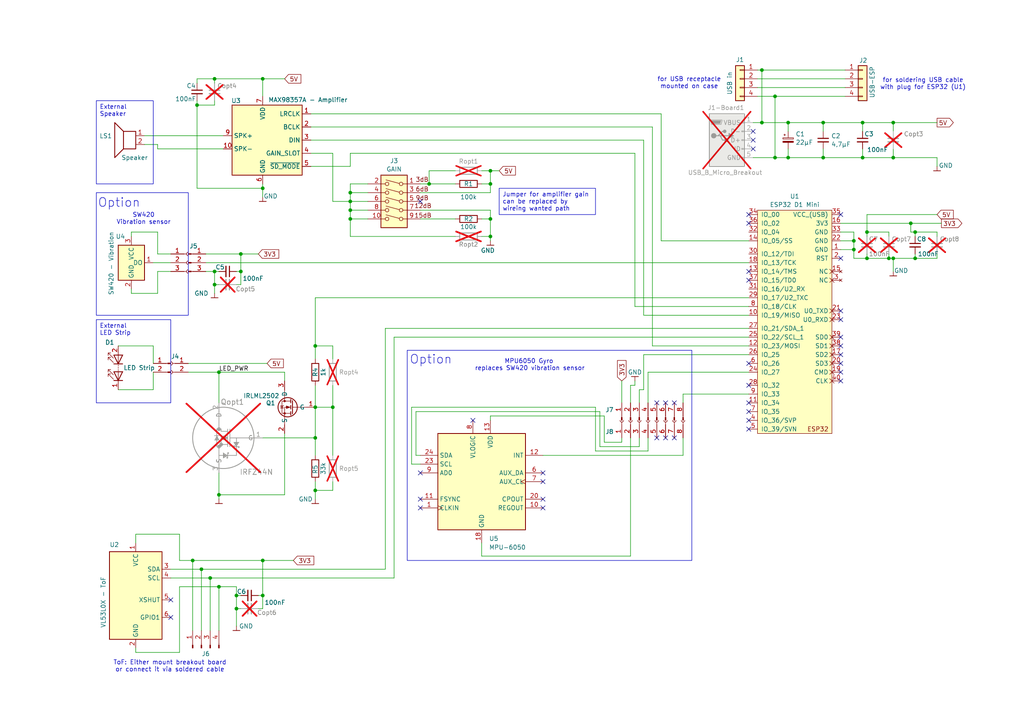
<source format=kicad_sch>
(kicad_sch (version 20250114) (generator "eeschema") (generator_version "9.0")
  (paper "A4")
  (title_block (title "LeoIoT - Goalfinder") (date "2025-05-31") (rev "01.04") (company "HTL Leonding, Leo Cub IoT") (comment 1 "SMD and Headers Only") (comment 2 "finding the basketball basket and hit detection") (comment 3 "Smart utility for guiding visually impaired people in "))
  (lib_symbols
    (symbol "Breakout_Boards:MAX98357A_Breakout"
      (property "Reference" "U" (at -8.89 11.43 0))
      (property "Value" "MAX98357A_Breakout" (at 12.446 11.684 0))
      (symbol "MAX98357A_Breakout_1_1"
        (pin input line (at -12.7 7.62 0) (length 2.54) (name "LRCLK") (number "1"))
        (pin input line (at -12.7 3.81 0) (length 2.54) (name "BCLK") (number "2"))
        (pin input line (at -12.7 0 0) (length 2.54) (name "DIN") (number "3"))
        (pin passive line (at -12.7 -3.81 0) (length 2.54) (name "GAIN_SLOT") (number "4"))
        (pin input line (at -12.7 -7.62 0) (length 2.54) (name "~{SD_MODE}") (number "5"))
        (pin power_in line (at 1.27 12.7 270) (length 2.54) (name "VDD") (number "7"))
        (pin power_in line (at 1.27 -12.7 90) (length 2.54) (name "GND") (number "6"))
        (pin output line (at 12.7 1.27 180) (length 2.54) (name "SPK+") (number "9"))
        (pin output line (at 12.7 -2.54 180) (length 2.54) (name "SPK-") (number "10"))
      )
    )
    (symbol "Breakout_Boards:SW420_Breakout"
      (property "Reference" "U" (at -6.35 13.97 0))
      (property "Value" "SW420_Breakout" (at 9.652 6.858 0))
      (symbol "SW420_Breakout_1_1"
        (pin output line (at -6.35 0 0) (length 2.54) (name "DO") (number "1"))
        (pin power_in line (at 0 7.62 270) (length 2.54) (name "VCC") (number "3"))
        (pin power_in line (at 0 -7.62 90) (length 2.54) (name "GND") (number "2"))
      )
    )
    (symbol "Breakout_Boards:USB_B_Micro_Breakout" (pin_names (offset 1.016))
      (property "Reference" "J" (at -5.08 8.89 0))
      (property "Value" "USB_B_Micro_Breakout" (at -5.334 -8.89 0))
      (symbol "USB_B_Micro_Breakout_1_1"
        (pin power_out line (at 7.62 5.08 180) (length 2.54) (name "VBUS") (number "1"))
        (pin bidirectional line (at 7.62 2.54 180) (length 2.54) (name "D-") (number "2"))
        (pin bidirectional line (at 7.62 0 180) (length 2.54) (name "D+") (number "3"))
        (pin passive line (at 7.62 -2.54 180) (length 2.54) (name "ID") (number "4"))
        (pin power_out line (at 7.62 -5.08 180) (length 2.54) (name "GND") (number "5"))
      )
    )
    (symbol "Breakout_Boards:VL53L0X_Breakout"
      (property "Reference" "U" (at -6.35 13.97 0))
      (property "Value" "VL53L0X_Breakout" (at 9.398 14.224 0))
      (symbol "VL53L0X_Breakout_1_1"
        (pin bidirectional line (at -10.16 7.62 0) (length 2.54) (name "SDA") (number "3"))
        (pin input line (at -10.16 5.08 0) (length 2.54) (name "SCL") (number "4"))
        (pin input line (at -10.16 -1.27 0) (length 2.54) (name "XSHUT") (number "5"))
        (pin open_collector line (at -10.16 -6.35 0) (length 2.54) (name "GPIO1") (number "6"))
        (pin power_in line (at 0 15.24 270) (length 2.54) (name "VCC") (number "1"))
        (pin power_in line (at 0 -15.24 90) (length 2.54) (name "GND") (number "2"))
      )
    )
    (symbol "Connector:Conn_01x02_Pin" (pin_names (offset 1.016) (hide yes))
      (property "Reference" "J" (at 0 2.54 0))
      (property "Value" "Conn_01x02_Pin" (at 0 -5.08 0))
      (symbol "Conn_01x02_Pin_1_1"
        (pin passive line (at 5.08 0 180) (length 3.81) (name "Pin_1") (number "1"))
        (pin passive line (at 5.08 -2.54 180) (length 3.81) (name "Pin_2") (number "2"))
      )
    )
    (symbol "Connector:Conn_01x02_Socket" (pin_names (offset 1.016) (hide yes))
      (property "Reference" "J" (at 0 2.54 0))
      (property "Value" "Conn_01x02_Socket" (at 0 -5.08 0))
      (symbol "Conn_01x02_Socket_1_1"
        (pin passive line (at -5.08 0 0) (length 3.81) (name "Pin_1") (number "1"))
        (pin passive line (at -5.08 -2.54 0) (length 3.81) (name "Pin_2") (number "2"))
      )
    )
    (symbol "Connector:Conn_01x03_Pin" (pin_names (offset 1.016) (hide yes))
      (property "Reference" "J" (at 0 5.08 0))
      (property "Value" "Conn_01x03_Pin" (at 0 -5.08 0))
      (symbol "Conn_01x03_Pin_1_1"
        (pin passive line (at 5.08 2.54 180) (length 3.81) (name "Pin_1") (number "1"))
        (pin passive line (at 5.08 0 180) (length 3.81) (name "Pin_2") (number "2"))
        (pin passive line (at 5.08 -2.54 180) (length 3.81) (name "Pin_3") (number "3"))
      )
    )
    (symbol "Connector:Conn_01x03_Socket" (pin_names (offset 1.016) (hide yes))
      (property "Reference" "J" (at 0 5.08 0))
      (property "Value" "Conn_01x03_Socket" (at 0 -5.08 0))
      (symbol "Conn_01x03_Socket_1_1"
        (pin passive line (at -5.08 2.54 0) (length 3.81) (name "Pin_1") (number "1"))
        (pin passive line (at -5.08 0 0) (length 3.81) (name "Pin_2") (number "2"))
        (pin passive line (at -5.08 -2.54 0) (length 3.81) (name "Pin_3") (number "3"))
      )
    )
    (symbol "Connector:Conn_01x04_Pin" (pin_names (offset 1.016) (hide yes))
      (property "Reference" "J" (at 0 5.08 0))
      (property "Value" "Conn_01x04_Pin" (at 0 -7.62 0))
      (symbol "Conn_01x04_Pin_1_1"
        (pin passive line (at 5.08 2.54 180) (length 3.81) (name "Pin_1") (number "1"))
        (pin passive line (at 5.08 0 180) (length 3.81) (name "Pin_2") (number "2"))
        (pin passive line (at 5.08 -2.54 180) (length 3.81) (name "Pin_3") (number "3"))
        (pin passive line (at 5.08 -5.08 180) (length 3.81) (name "Pin_4") (number "4"))
      )
    )
    (symbol "Connector:Conn_01x08_Pin" (pin_names (offset 1.016) (hide yes))
      (property "Reference" "J" (at 0 10.16 0))
      (property "Value" "Conn_01x08_Pin" (at 0 -12.7 0))
      (symbol "Conn_01x08_Pin_1_1"
        (pin passive line (at 5.08 7.62 180) (length 3.81) (name "Pin_1") (number "1"))
        (pin passive line (at 5.08 5.08 180) (length 3.81) (name "Pin_2") (number "2"))
        (pin passive line (at 5.08 2.54 180) (length 3.81) (name "Pin_3") (number "3"))
        (pin passive line (at 5.08 0 180) (length 3.81) (name "Pin_4") (number "4"))
        (pin passive line (at 5.08 -2.54 180) (length 3.81) (name "Pin_5") (number "5"))
        (pin passive line (at 5.08 -5.08 180) (length 3.81) (name "Pin_6") (number "6"))
        (pin passive line (at 5.08 -7.62 180) (length 3.81) (name "Pin_7") (number "7"))
        (pin passive line (at 5.08 -10.16 180) (length 3.81) (name "Pin_8") (number "8"))
      )
    )
    (symbol "Connector:Conn_01x08_Socket" (pin_names (offset 1.016) (hide yes))
      (property "Reference" "J" (at 0 10.16 0))
      (property "Value" "Conn_01x08_Socket" (at 0 -12.7 0))
      (symbol "Conn_01x08_Socket_1_1"
        (pin passive line (at -5.08 7.62 0) (length 3.81) (name "Pin_1") (number "1"))
        (pin passive line (at -5.08 5.08 0) (length 3.81) (name "Pin_2") (number "2"))
        (pin passive line (at -5.08 2.54 0) (length 3.81) (name "Pin_3") (number "3"))
        (pin passive line (at -5.08 0 0) (length 3.81) (name "Pin_4") (number "4"))
        (pin passive line (at -5.08 -2.54 0) (length 3.81) (name "Pin_5") (number "5"))
        (pin passive line (at -5.08 -5.08 0) (length 3.81) (name "Pin_6") (number "6"))
        (pin passive line (at -5.08 -7.62 0) (length 3.81) (name "Pin_7") (number "7"))
        (pin passive line (at -5.08 -10.16 0) (length 3.81) (name "Pin_8") (number "8"))
      )
    )
    (symbol "Connector_Generic:Conn_01x04" (pin_names (offset 1.016) (hide yes))
      (property "Reference" "J" (at 0 5.08 0))
      (property "Value" "Conn_01x04" (at 0 -7.62 0))
      (symbol "Conn_01x04_1_1"
        (pin passive line (at -5.08 2.54 0) (length 3.81) (name "Pin_1") (number "1"))
        (pin passive line (at -5.08 0 0) (length 3.81) (name "Pin_2") (number "2"))
        (pin passive line (at -5.08 -2.54 0) (length 3.81) (name "Pin_3") (number "3"))
        (pin passive line (at -5.08 -5.08 0) (length 3.81) (name "Pin_4") (number "4"))
      )
    )
    (symbol "Device:C_Polarized_Small" (pin_numbers (hide yes)) (pin_names (offset 0.254) (hide yes))
      (property "Reference" "C" (at 0.254 1.778 0))
      (property "Value" "C_Polarized_Small" (at 0.254 -2.032 0))
      (symbol "C_Polarized_Small_1_1"
        (pin passive line (at 0 2.54 270) (length 1.8542) (name "~") (number "1"))
        (pin passive line (at 0 -2.54 90) (length 1.8542) (name "~") (number "2"))
      )
    )
    (symbol "Device:C_Small" (pin_numbers (hide yes)) (pin_names (offset 0.254) (hide yes))
      (property "Reference" "C" (at 0.254 1.778 0))
      (property "Value" "C_Small" (at 0.254 -2.032 0))
      (symbol "C_Small_1_1"
        (pin passive line (at 0 2.54 270) (length 2.032) (name "~") (number "1"))
        (pin passive line (at 0 -2.54 90) (length 2.032) (name "~") (number "2"))
      )
    )
    (symbol "Device:LED_Series" (pin_names (offset 1.016) (hide yes))
      (property "Reference" "D" (at 0 5.715 0))
      (property "Value" "LED_Series" (at 0 3.81 0))
      (symbol "LED_Series_1_1"
        (pin passive line (at -6.35 0 0) (length 2.54) (name "K") (number "1"))
        (pin passive line (at 6.35 0 180) (length 2.54) (name "A") (number "2"))
      )
    )
    (symbol "Device:R" (pin_numbers (hide yes)) (pin_names (offset 0))
      (property "Reference" "R" (at 2.032 0 90))
      (property "Value" "R" (at 0 0 90))
      (symbol "R_1_1"
        (pin passive line (at 0 3.81 270) (length 1.27) (name "~") (number "1"))
        (pin passive line (at 0 -3.81 90) (length 1.27) (name "~") (number "2"))
      )
    )
    (symbol "Device:Speaker" (pin_names (offset 0) (hide yes))
      (property "Reference" "LS" (at 1.27 5.715 0))
      (property "Value" "Speaker" (at 1.27 3.81 0))
      (symbol "Speaker_1_1"
        (pin input line (at -5.08 0 0) (length 2.54) (name "1") (number "1"))
        (pin input line (at -5.08 -2.54 0) (length 2.54) (name "2") (number "2"))
      )
    )
    (symbol "ESP32_D1_mini:ESP32_D1_mini_AZ-Delivery" (pin_names (offset 1.016))
      (property "Reference" "U" (at -9.398 1.778 0))
      (property "Value" "AZ-Delivery ESP32 D1 mini" (at 13.716 2.032 0))
      (symbol "ESP32_D1_mini_AZ-Delivery_0_0"
        (text "ESP32" (at 7.366 -63.5 0) (effects (font (size 1.27 1.27))))
        (pin power_in line (at 13.97 -11.43 180) (length 2.54) (name "GND") (number "1"))
        (pin input line (at 13.97 -13.97 180) (length 2.54) (name "RST") (number "2"))
        (pin no_connect non_logic (at 13.97 -20.32 180) (length 2.54) (name "NC") (number "3"))
      )
      (symbol "ESP32_D1_mini_AZ-Delivery_1_0"
        (pin input line (at -12.7 -60.96 0) (length 2.54) (name "IO_36/SVP") (number "4"))
        (pin input line (at -12.7 -63.5 0) (length 2.54) (name "IO_39/SVN") (number "5"))
      )
      (symbol "ESP32_D1_mini_AZ-Delivery_1_1"
        (pin bidirectional line (at -12.7 -1.27 0) (length 2.54) (name "IO_00") (number "34"))
        (pin bidirectional line (at -12.7 -3.81 0) (length 2.54) (name "IO_02") (number "36"))
        (pin bidirectional line (at -12.7 -6.35 0) (length 2.54) (name "IO_04") (number "32"))
        (pin bidirectional line (at -12.7 -8.89 0) (length 2.54) (name "IO_05/SS") (number "14"))
        (pin bidirectional line (at -12.7 -12.7 0) (length 2.54) (name "IO_12/TDI") (number "30"))
        (pin bidirectional line (at -12.7 -15.24 0) (length 2.54) (name "IO_13/TCK") (number "18"))
        (pin bidirectional line (at -12.7 -17.78 0) (length 2.54) (name "IO_14/TMS") (number "13"))
        (pin bidirectional line (at -12.7 -20.32 0) (length 2.54) (name "IO_15/TD0") (number "37"))
        (pin bidirectional line (at -12.7 -22.86 0) (length 2.54) (name "IO_16/U2_RX") (number "31"))
        (pin bidirectional line (at -12.7 -25.4 0) (length 2.54) (name "IO_17/U2_TXC") (number "29"))
        (pin bidirectional line (at -12.7 -27.94 0) (length 2.54) (name "IO_18/CLK") (number "8"))
        (pin bidirectional line (at -12.7 -30.48 0) (length 2.54) (name "IO_19/MISO") (number "10"))
        (pin bidirectional line (at -12.7 -34.29 0) (length 2.54) (name "IO_21/SDA_1") (number "27"))
        (pin bidirectional line (at -12.7 -36.83 0) (length 2.54) (name "IO_22/SCL_1") (number "25"))
        (pin bidirectional line (at -12.7 -39.37 0) (length 2.54) (name "IO_23/MOSI") (number "12"))
        (pin bidirectional line (at -12.7 -41.91 0) (length 2.54) (name "IO_25") (number "26"))
        (pin bidirectional line (at -12.7 -44.45 0) (length 2.54) (name "IO_26") (number "6"))
        (pin bidirectional line (at -12.7 -46.99 0) (length 2.54) (name "IO_27") (number "24"))
        (pin bidirectional line (at -12.7 -50.8 0) (length 2.54) (name "IO_32") (number "28"))
        (pin bidirectional line (at -12.7 -53.34 0) (length 2.54) (name "IO_33") (number "9"))
        (pin input line (at -12.7 -55.88 0) (length 2.54) (name "IO_34") (number "11"))
        (pin input line (at -12.7 -58.42 0) (length 2.54) (name "IO_35") (number "7"))
        (pin power_in line (at 13.97 -1.27 180) (length 2.54) (name "VCC_(USB)") (number "35"))
        (pin power_in line (at 13.97 -3.81 180) (length 2.54) (name "3V3") (number "16"))
        (pin power_in line (at 13.97 -6.35 180) (length 2.54) (name "GND") (number "33"))
        (pin power_in line (at 13.97 -8.89 180) (length 2.54) (name "GND") (number "22"))
        (pin no_connect non_logic (at 13.97 -17.78 180) (length 2.54) (name "NC") (number "15"))
        (pin passive non_logic (at 13.97 -29.21 180) (length 2.54) (name "U0_TXD") (number "21"))
        (pin passive non_logic (at 13.97 -31.75 180) (length 2.54) (name "U0_RXD") (number "23"))
        (pin passive non_logic (at 13.97 -36.83 180) (length 2.54) (name "SD0") (number "39"))
        (pin passive non_logic (at 13.97 -39.37 180) (length 2.54) (name "SD1") (number "38"))
        (pin passive non_logic (at 13.97 -41.91 180) (length 2.54) (name "SD2") (number "17"))
        (pin passive non_logic (at 13.97 -44.45 180) (length 2.54) (name "SD3") (number "20"))
        (pin passive non_logic (at 13.97 -46.99 180) (length 2.54) (name "CMD") (number "19"))
        (pin passive non_logic (at 13.97 -49.53 180) (length 2.54) (name "CLK") (number "40"))
      )
    )
    (symbol "Sensor_Motion:MPU-6050"
      (property "Reference" "U" (at -11.43 13.97 0))
      (property "Value" "MPU-6050" (at 7.62 -15.24 0))
      (symbol "MPU-6050_1_1"
        (pin bidirectional line (at -17.78 7.62 0) (length 5.08) (name "SDA") (number "24"))
        (pin input line (at -17.78 5.08 0) (length 5.08) (name "SCL") (number "23"))
        (pin input line (at -17.78 2.54 0) (length 5.08) (name "AD0") (number "9"))
        (pin input line (at -17.78 -5.08 0) (length 5.08) (name "FSYNC") (number "11"))
        (pin input clock (at -17.78 -7.62 0) (length 5.08) (name "CLKIN") (number "1"))
        (pin no_connect line (at -12.7 12.7 0) (length 2.54) (hide yes) (name "NC") (number "2"))
        (pin no_connect line (at -12.7 10.16 0) (length 2.54) (hide yes) (name "NC") (number "3"))
        (pin no_connect line (at -12.7 0 0) (length 2.54) (hide yes) (name "NC") (number "4"))
        (pin no_connect line (at -12.7 -2.54 0) (length 2.54) (hide yes) (name "NC") (number "5"))
        (pin no_connect line (at -12.7 -10.16 0) (length 2.54) (hide yes) (name "NC") (number "14"))
        (pin power_in line (at -2.54 17.78 270) (length 3.81) (name "VLOGIC") (number "8"))
        (pin power_in line (at 0 -17.78 90) (length 3.81) (name "GND") (number "18"))
        (pin power_in line (at 2.54 17.78 270) (length 3.81) (name "VDD") (number "13"))
        (pin no_connect line (at 12.7 12.7 180) (length 2.54) (hide yes) (name "NC") (number "15"))
        (pin no_connect line (at 12.7 10.16 180) (length 2.54) (hide yes) (name "NC") (number "16"))
        (pin no_connect line (at 12.7 5.08 180) (length 2.54) (hide yes) (name "NC") (number "17"))
        (pin no_connect line (at 12.7 -2.54 180) (length 2.54) (hide yes) (name "RESV") (number "21"))
        (pin no_connect line (at 12.7 -10.16 180) (length 2.54) (hide yes) (name "RESV") (number "19"))
        (pin no_connect line (at 12.7 -12.7 180) (length 2.54) (hide yes) (name "RESV") (number "22"))
        (pin output line (at 17.78 7.62 180) (length 5.08) (name "INT") (number "12"))
        (pin bidirectional line (at 17.78 2.54 180) (length 5.08) (name "AUX_DA") (number "6"))
        (pin output clock (at 17.78 0 180) (length 5.08) (name "AUX_CL") (number "7"))
        (pin passive line (at 17.78 -5.08 180) (length 5.08) (name "CPOUT") (number "20"))
        (pin passive line (at 17.78 -7.62 180) (length 5.08) (name "REGOUT") (number "10"))
      )
    )
    (symbol "Switch:SW_DIP_x05" (pin_names (offset 0) (hide yes))
      (property "Reference" "J1" (at 0 11.7645 0))
      (property "Value" "GAIN" (at 0 9.3402 0))
      (symbol "SW_DIP_x05_1_1"
        (text "12dB" (at -8.382 -1.27 0) (effects (font (size 1.27 1.27))))
        (text "15dB" (at -8.382 -4.064 0) (effects (font (size 1.27 1.27))))
        (text "3dB" (at -8.128 6.35 0) (effects (font (size 1.27 1.27))))
        (text "6dB" (at -8.128 3.556 0) (effects (font (size 1.27 1.27))))
        (text "9dB" (at -8.128 1.016 0) (effects (font (size 1.27 1.27))))
        (pin passive line (at -7.62 5.08 0) (length 5.08) (name "~") (number "1"))
        (pin passive line (at -7.62 2.54 0) (length 5.08) (name "~") (number "3"))
        (pin passive line (at -7.62 0 0) (length 5.08) (name "~") (number "5"))
        (pin passive line (at -7.62 -2.54 0) (length 5.08) (name "~") (number "7"))
        (pin passive line (at -7.62 -5.08 0) (length 5.08) (name "~") (number "9"))
        (pin passive line (at 7.62 5.08 180) (length 5.08) (name "~") (number "2"))
        (pin passive line (at 7.62 2.54 180) (length 5.08) (name "~") (number "4"))
        (pin passive line (at 7.62 0 180) (length 5.08) (name "~") (number "6"))
        (pin passive line (at 7.62 -2.54 180) (length 5.08) (name "~") (number "8"))
        (pin passive line (at 7.62 -5.08 180) (length 5.08) (name "~") (number "10"))
      )
    )
    (symbol "Transistor_FET_Own:IRFZ44N_127" (pin_names (offset 0.254))
      (property "Reference" "Q1" (at 2.286 8.382 0))
      (property "Value" "IRFZ44N" (at -3.048 -9.906 0))
      (symbol "IRFZ44N_127_1_1"
        (pin passive line (at 0 0 0) (length 2.54) (name "G") (number "1"))
        (pin passive line (at 12.7 10.16 270) (length 2.54) (name "D") (number "2"))
        (pin passive line (at 12.7 -10.16 90) (length 2.54) (name "S") (number "3"))
      )
    )
    (symbol "Transistor_FET_Own:IRLML2502"
      (property "Reference" "Q" (at 5.08 1.905 0))
      (property "Value" "IRLML2502" (at 5.08 0 0))
      (symbol "IRLML2502_1_1"
        (pin input line (at -6.35 0 0) (length 2.54) (name "G") (number "1"))
        (pin passive line (at 2.54 7.62 270) (length 2.54) (name "D") (number "3"))
        (pin passive line (at 2.54 -7.62 90) (length 2.54) (name "S") (number "2"))
      )
    )
    (symbol "power_my:GND_eu" (power) (pin_names (offset 0))
      (property "Value" "GND_eu" (at 0 -2.54 0))
      (symbol "GND_eu_1_1"
        (pin power_in line (at 0 0 90) (length 0) (hide yes) (name "GND") (number "1"))
      )
    )
  )
  (rectangle (start 27.94 55.88) (end 54.61 91.44))
  (rectangle (start 118.11 101.6) (end 200.66 162.56))
  (text "for USB receptacle\nmounted on case" (at 199.898 24.13 0) (effects (font (size 1.27 1.27))))
  (text "SW420\nVibration sensor" (at 41.656 63.5 0) (effects (font (size 1.27 1.27))))
  (text "Option" (at 124.968 104.394 0) (effects (font (size 2.54 2.54))))
  (text "ToF: Either mount breakout board\nor connect it via soldered cable" (at 49.276 193.294 0) (effects (font (size 1.27 1.27))))
  (text "for soldering USB cable\nwith plug for ESP32 (U1)" (at 267.716 24.384 0) (effects (font (size 1.27 1.27))))
  (text "MPU6050 Gyro" (at 153.416 104.902 0) (effects (font (size 1.27 1.27))))
  (text "Option" (at 34.544 58.928 0) (effects (font (size 2.54 2.54))))
  (text "replaces SW420 vibration sensor" (at 153.67 106.934 0) (effects (font (size 1.27 1.27))))
  (text_box "External\nSpeaker" (at 27.94 29.21 0) (size 16.51 24.13) (margins 0.9525 0.9525 0.9525 0.9525) (effects (font (size 1.27 1.27)) (justify left top)))
  (text_box "Jumper for amplifier gain\ncan be replaced by \nwireing wanted path" (at 144.78 54.61 0) (size 27.94 7.62) (margins 0.9525 0.9525 0.9525 0.9525) (effects (font (size 1.27 1.27)) (justify left top)))
  (text_box "External\nLED Strip" (at 27.94 92.71 0) (size 21.59 24.13) (margins 0.9525 0.9525 0.9525 0.9525) (effects (font (size 1.27 1.27)) (justify left top)))
  (junction (at 238.76 35.56))
  (junction (at 58.42 165.1))
  (junction (at 257.81 74.93))
  (junction (at 91.44 100.33))
  (junction (at 142.24 53.34))
  (junction (at 251.46 74.93))
  (junction (at 101.6 63.5))
  (junction (at 62.23 22.86))
  (junction (at 259.08 74.93))
  (junction (at 60.96 167.64))
  (junction (at 228.6 45.72))
  (junction (at 220.98 20.32))
  (junction (at 63.5 143.51))
  (junction (at 76.2 172.72))
  (junction (at 224.79 45.72))
  (junction (at 76.2 162.56))
  (junction (at 101.6 58.42))
  (junction (at 265.43 74.93))
  (junction (at 69.85 78.74))
  (junction (at 265.43 67.31))
  (junction (at 62.23 82.55))
  (junction (at 63.5 107.95))
  (junction (at 96.52 118.11))
  (junction (at 91.44 142.24))
  (junction (at 224.79 27.94))
  (junction (at 76.2 54.61))
  (junction (at 101.6 60.96))
  (junction (at 142.24 68.58))
  (junction (at 142.24 49.53))
  (junction (at 220.98 35.56))
  (junction (at 250.19 45.72))
  (junction (at 101.6 55.88))
  (junction (at 124.46 53.34))
  (junction (at 91.44 127))
  (junction (at 259.08 35.56))
  (junction (at 68.58 172.72))
  (junction (at 69.85 73.66))
  (junction (at 91.44 118.11))
  (junction (at 142.24 63.5))
  (junction (at 238.76 45.72))
  (junction (at 76.2 22.86))
  (junction (at 251.46 67.31))
  (junction (at 68.58 176.53))
  (junction (at 55.88 162.56))
  (junction (at 247.65 72.39))
  (junction (at 259.08 45.72))
  (junction (at 57.15 30.48))
  (junction (at 250.19 35.56))
  (junction (at 228.6 35.56))
  (junction (at 264.16 64.77))
  (junction (at 62.23 78.74))
  (junction (at 63.5 170.18))
  (junction (at 247.65 69.85))
  (no_connect (at 243.84 92.71))
  (no_connect (at 193.04 116.84))
  (no_connect (at 217.17 111.76))
  (no_connect (at 49.53 179.07))
  (no_connect (at 121.92 137.16))
  (no_connect (at 243.84 110.49))
  (no_connect (at 243.84 102.87))
  (no_connect (at 217.17 105.41))
  (no_connect (at 243.84 97.79))
  (no_connect (at 121.92 144.78))
  (no_connect (at 217.17 119.38))
  (no_connect (at 157.48 147.32))
  (no_connect (at 217.17 62.23))
  (no_connect (at 121.92 58.42))
  (no_connect (at 217.17 116.84))
  (no_connect (at 190.5 116.84))
  (no_connect (at 157.48 144.78))
  (no_connect (at 49.53 173.99))
  (no_connect (at 218.44 43.18))
  (no_connect (at 218.44 38.1))
  (no_connect (at 243.84 107.95))
  (no_connect (at 217.17 81.28))
  (no_connect (at 190.5 127))
  (no_connect (at 243.84 90.17))
  (no_connect (at 157.48 137.16))
  (no_connect (at 243.84 74.93))
  (no_connect (at 137.16 121.92))
  (no_connect (at 217.17 124.46))
  (no_connect (at 195.58 127))
  (no_connect (at 243.84 105.41))
  (no_connect (at 217.17 78.74))
  (no_connect (at 121.92 147.32))
  (no_connect (at 157.48 139.7))
  (no_connect (at 218.44 40.64))
  (no_connect (at 217.17 64.77))
  (no_connect (at 193.04 127))
  (no_connect (at 243.84 62.23))
  (no_connect (at 243.84 100.33))
  (no_connect (at 195.58 116.84))
  (no_connect (at 217.17 121.92))
  (wire (pts (xy 68.58 170.18) (xy 68.58 172.72)))
  (wire (pts (xy 52.07 154.94) (xy 39.37 154.94)))
  (wire (pts (xy 96.52 58.42) (xy 101.6 58.42)))
  (wire (pts (xy 191.77 69.85) (xy 217.17 69.85)))
  (wire (pts (xy 57.15 22.86) (xy 62.23 22.86)))
  (wire (pts (xy 55.88 162.56) (xy 76.2 162.56)))
  (wire (pts (xy 57.15 30.48) (xy 57.15 54.61)))
  (wire (pts (xy 259.08 74.93) (xy 259.08 78.74)))
  (wire (pts (xy 96.52 118.11) (xy 96.52 132.08)))
  (wire (pts (xy 68.58 82.55) (xy 69.85 82.55)))
  (wire (pts (xy 259.08 38.1) (xy 259.08 35.56)))
  (wire (pts (xy 243.84 72.39) (xy 247.65 72.39)))
  (wire (pts (xy 38.1 83.82) (xy 38.1 85.09)))
  (wire (pts (xy 57.15 22.86) (xy 57.15 24.13)))
  (wire (pts (xy 251.46 67.31) (xy 251.46 68.58)))
  (wire (pts (xy 45.72 85.09) (xy 38.1 85.09)))
  (wire (pts (xy 247.65 69.85) (xy 247.65 67.31)))
  (wire (pts (xy 243.84 69.85) (xy 247.65 69.85)))
  (wire (pts (xy 139.7 53.34) (xy 142.24 53.34)))
  (wire (pts (xy 68.58 176.53) (xy 68.58 181.61)))
  (wire (pts (xy 139.7 68.58) (xy 142.24 68.58)))
  (wire (pts (xy 120.65 132.08) (xy 120.65 119.38)))
  (wire (pts (xy 59.69 73.66) (xy 69.85 73.66)))
  (wire (pts (xy 185.42 116.84) (xy 185.42 113.03)))
  (wire (pts (xy 238.76 35.56) (xy 250.19 35.56)))
  (wire (pts (xy 101.6 53.34) (xy 101.6 55.88)))
  (wire (pts (xy 49.53 167.64) (xy 60.96 167.64)))
  (wire (pts (xy 191.77 69.85) (xy 191.77 33.02)))
  (wire (pts (xy 58.42 165.1) (xy 111.76 165.1)))
  (wire (pts (xy 52.07 162.56) (xy 55.88 162.56)))
  (wire (pts (xy 250.19 45.72) (xy 259.08 45.72)))
  (wire (pts (xy 228.6 43.18) (xy 228.6 45.72)))
  (wire (pts (xy 44.45 107.95) (xy 44.45 113.03)))
  (wire (pts (xy 184.15 88.9) (xy 217.17 88.9)))
  (wire (pts (xy 68.58 172.72) (xy 68.58 176.53)))
  (wire (pts (xy 101.6 44.45) (xy 101.6 48.26)))
  (wire (pts (xy 265.43 74.93) (xy 271.78 74.93)))
  (wire (pts (xy 247.65 74.93) (xy 247.65 72.39)))
  (wire (pts (xy 69.85 73.66) (xy 69.85 78.74)))
  (wire (pts (xy 34.29 100.33) (xy 44.45 100.33)))
  (wire (pts (xy 91.44 86.36) (xy 91.44 100.33)))
  (wire (pts (xy 101.6 44.45) (xy 184.15 44.45)))
  (wire (pts (xy 60.96 167.64) (xy 114.3 167.64)))
  (wire (pts (xy 59.69 76.2) (xy 217.17 76.2)))
  (wire (pts (xy 69.85 78.74) (xy 68.58 78.74)))
  (wire (pts (xy 101.6 60.96) (xy 101.6 63.5)))
  (wire (pts (xy 251.46 73.66) (xy 251.46 74.93)))
  (wire (pts (xy 173.99 119.38) (xy 173.99 129.54)))
  (wire (pts (xy 189.23 100.33) (xy 217.17 100.33)))
  (wire (pts (xy 251.46 74.93) (xy 257.81 74.93)))
  (wire (pts (xy 228.6 38.1) (xy 228.6 35.56)))
  (wire (pts (xy 271.78 68.58) (xy 271.78 67.31)))
  (wire (pts (xy 96.52 44.45) (xy 90.17 44.45)))
  (wire (pts (xy 101.6 58.42) (xy 106.68 58.42)))
  (wire (pts (xy 251.46 62.23) (xy 271.78 62.23)))
  (wire (pts (xy 62.23 78.74) (xy 62.23 82.55)))
  (wire (pts (xy 187.96 130.81) (xy 172.72 130.81)))
  (wire (pts (xy 265.43 67.31) (xy 265.43 68.58)))
  (wire (pts (xy 90.17 40.64) (xy 186.69 40.64)))
  (wire (pts (xy 220.98 35.56) (xy 228.6 35.56)))
  (wire (pts (xy 187.96 107.95) (xy 187.96 116.84)))
  (wire (pts (xy 257.81 73.66) (xy 257.81 74.93)))
  (wire (pts (xy 121.92 55.88) (xy 142.24 55.88)))
  (wire (pts (xy 45.72 43.18) (xy 45.72 41.91)))
  (wire (pts (xy 124.46 49.53) (xy 124.46 53.34)))
  (wire (pts (xy 142.24 69.85) (xy 142.24 68.58)))
  (wire (pts (xy 184.15 44.45) (xy 184.15 88.9)))
  (wire (pts (xy 101.6 48.26) (xy 90.17 48.26)))
  (wire (pts (xy 76.2 53.34) (xy 76.2 54.61)))
  (wire (pts (xy 120.65 119.38) (xy 173.99 119.38)))
  (wire (pts (xy 259.08 43.18) (xy 259.08 45.72)))
  (wire (pts (xy 271.78 73.66) (xy 271.78 74.93)))
  (wire (pts (xy 198.12 127) (xy 198.12 132.08)))
  (wire (pts (xy 224.79 27.94) (xy 245.11 27.94)))
  (wire (pts (xy 251.46 67.31) (xy 257.81 67.31)))
  (wire (pts (xy 63.5 170.18) (xy 63.5 182.88)))
  (wire (pts (xy 217.17 107.95) (xy 187.96 107.95)))
  (wire (pts (xy 217.17 86.36) (xy 91.44 86.36)))
  (wire (pts (xy 114.3 167.64) (xy 114.3 97.79)))
  (wire (pts (xy 96.52 139.7) (xy 96.52 142.24)))
  (wire (pts (xy 63.5 143.51) (xy 63.5 137.16)))
  (wire (pts (xy 91.44 142.24) (xy 91.44 144.78)))
  (wire (pts (xy 251.46 62.23) (xy 251.46 67.31)))
  (wire (pts (xy 96.52 44.45) (xy 96.52 58.42)))
  (wire (pts (xy 96.52 100.33) (xy 91.44 100.33)))
  (wire (pts (xy 121.92 60.96) (xy 142.24 60.96)))
  (wire (pts (xy 186.69 113.03) (xy 186.69 102.87)))
  (wire (pts (xy 238.76 43.18) (xy 238.76 45.72)))
  (wire (pts (xy 76.2 22.86) (xy 82.55 22.86)))
  (wire (pts (xy 180.34 128.27) (xy 180.34 127)))
  (wire (pts (xy 101.6 58.42) (xy 101.6 60.96)))
  (wire (pts (xy 175.26 128.27) (xy 180.34 128.27)))
  (wire (pts (xy 63.5 107.95) (xy 54.61 107.95)))
  (wire (pts (xy 69.85 73.66) (xy 74.93 73.66)))
  (wire (pts (xy 58.42 165.1) (xy 58.42 182.88)))
  (wire (pts (xy 220.98 20.32) (xy 245.11 20.32)))
  (wire (pts (xy 238.76 35.56) (xy 238.76 38.1)))
  (wire (pts (xy 250.19 35.56) (xy 250.19 38.1)))
  (wire (pts (xy 144.78 49.53) (xy 142.24 49.53)))
  (wire (pts (xy 228.6 45.72) (xy 238.76 45.72)))
  (wire (pts (xy 219.71 27.94) (xy 224.79 27.94)))
  (wire (pts (xy 198.12 114.3) (xy 217.17 114.3)))
  (wire (pts (xy 111.76 95.25) (xy 217.17 95.25)))
  (wire (pts (xy 59.69 78.74) (xy 62.23 78.74)))
  (wire (pts (xy 259.08 74.93) (xy 265.43 74.93)))
  (wire (pts (xy 228.6 35.56) (xy 238.76 35.56)))
  (wire (pts (xy 186.69 102.87) (xy 217.17 102.87)))
  (wire (pts (xy 101.6 55.88) (xy 101.6 58.42)))
  (wire (pts (xy 250.19 35.56) (xy 259.08 35.56)))
  (wire (pts (xy 44.45 105.41) (xy 44.45 100.33)))
  (wire (pts (xy 265.43 73.66) (xy 265.43 74.93)))
  (wire (pts (xy 251.46 74.93) (xy 247.65 74.93)))
  (wire (pts (xy 62.23 82.55) (xy 62.23 85.09)))
  (wire (pts (xy 264.16 64.77) (xy 264.16 67.31)))
  (wire (pts (xy 52.07 170.18) (xy 63.5 170.18)))
  (wire (pts (xy 76.2 162.56) (xy 85.09 162.56)))
  (wire (pts (xy 62.23 24.13) (xy 62.23 22.86)))
  (wire (pts (xy 76.2 22.86) (xy 76.2 27.94)))
  (wire (pts (xy 38.1 67.31) (xy 38.1 68.58)))
  (wire (pts (xy 182.88 161.29) (xy 139.7 161.29)))
  (wire (pts (xy 114.3 97.79) (xy 217.17 97.79)))
  (wire (pts (xy 119.38 134.62) (xy 121.92 134.62)))
  (wire (pts (xy 218.44 35.56) (xy 220.98 35.56)))
  (wire (pts (xy 218.44 45.72) (xy 224.79 45.72)))
  (wire (pts (xy 139.7 157.48) (xy 139.7 161.29)))
  (wire (pts (xy 90.17 36.83) (xy 189.23 36.83)))
  (wire (pts (xy 39.37 154.94) (xy 39.37 157.48)))
  (wire (pts (xy 91.44 127) (xy 91.44 132.08)))
  (wire (pts (xy 62.23 22.86) (xy 76.2 22.86)))
  (wire (pts (xy 180.34 116.84) (xy 180.34 110.49)))
  (wire (pts (xy 101.6 68.58) (xy 101.6 63.5)))
  (wire (pts (xy 101.6 63.5) (xy 106.68 63.5)))
  (wire (pts (xy 52.07 189.23) (xy 39.37 189.23)))
  (wire (pts (xy 250.19 43.18) (xy 250.19 45.72)))
  (wire (pts (xy 76.2 127) (xy 91.44 127)))
  (wire (pts (xy 45.72 78.74) (xy 49.53 78.74)))
  (wire (pts (xy 91.44 139.7) (xy 91.44 142.24)))
  (wire (pts (xy 220.98 20.32) (xy 220.98 35.56)))
  (wire (pts (xy 189.23 36.83) (xy 189.23 100.33)))
  (wire (pts (xy 224.79 45.72) (xy 228.6 45.72)))
  (wire (pts (xy 182.88 111.76) (xy 184.15 111.76)))
  (wire (pts (xy 247.65 72.39) (xy 247.65 69.85)))
  (wire (pts (xy 41.91 41.91) (xy 45.72 41.91)))
  (wire (pts (xy 172.72 118.11) (xy 119.38 118.11)))
  (wire (pts (xy 101.6 55.88) (xy 106.68 55.88)))
  (wire (pts (xy 63.5 82.55) (xy 62.23 82.55)))
  (wire (pts (xy 45.72 67.31) (xy 38.1 67.31)))
  (wire (pts (xy 124.46 53.34) (xy 121.92 53.34)))
  (wire (pts (xy 96.52 111.76) (xy 96.52 118.11)))
  (wire (pts (xy 139.7 63.5) (xy 142.24 63.5)))
  (wire (pts (xy 82.55 107.95) (xy 82.55 110.49)))
  (wire (pts (xy 101.6 60.96) (xy 106.68 60.96)))
  (wire (pts (xy 63.5 143.51) (xy 63.5 144.78)))
  (wire (pts (xy 121.92 132.08) (xy 120.65 132.08)))
  (wire (pts (xy 91.44 142.24) (xy 96.52 142.24)))
  (wire (pts (xy 63.5 143.51) (xy 82.55 143.51)))
  (wire (pts (xy 172.72 130.81) (xy 172.72 118.11)))
  (wire (pts (xy 63.5 107.95) (xy 82.55 107.95)))
  (wire (pts (xy 142.24 63.5) (xy 142.24 68.58)))
  (wire (pts (xy 90.17 33.02) (xy 191.77 33.02)))
  (wire (pts (xy 55.88 162.56) (xy 55.88 182.88)))
  (wire (pts (xy 187.96 127) (xy 187.96 130.81)))
  (wire (pts (xy 62.23 30.48) (xy 57.15 30.48)))
  (wire (pts (xy 124.46 53.34) (xy 132.08 53.34)))
  (wire (pts (xy 219.71 22.86) (xy 245.11 22.86)))
  (wire (pts (xy 139.7 49.53) (xy 142.24 49.53)))
  (wire (pts (xy 52.07 154.94) (xy 52.07 162.56)))
  (wire (pts (xy 76.2 172.72) (xy 76.2 176.53)))
  (wire (pts (xy 91.44 111.76) (xy 91.44 118.11)))
  (wire (pts (xy 76.2 54.61) (xy 76.2 57.15)))
  (wire (pts (xy 142.24 121.92) (xy 142.24 120.65)))
  (wire (pts (xy 45.72 67.31) (xy 45.72 73.66)))
  (wire (pts (xy 82.55 125.73) (xy 82.55 143.51)))
  (wire (pts (xy 224.79 27.94) (xy 224.79 45.72)))
  (wire (pts (xy 57.15 54.61) (xy 76.2 54.61)))
  (wire (pts (xy 219.71 20.32) (xy 220.98 20.32)))
  (wire (pts (xy 198.12 116.84) (xy 198.12 114.3)))
  (wire (pts (xy 185.42 113.03) (xy 186.69 113.03)))
  (wire (pts (xy 45.72 78.74) (xy 45.72 85.09)))
  (wire (pts (xy 69.85 78.74) (xy 69.85 82.55)))
  (wire (pts (xy 91.44 118.11) (xy 96.52 118.11)))
  (wire (pts (xy 76.2 172.72) (xy 74.93 172.72)))
  (wire (pts (xy 257.81 68.58) (xy 257.81 67.31)))
  (wire (pts (xy 44.45 76.2) (xy 49.53 76.2)))
  (wire (pts (xy 173.99 129.54) (xy 185.42 129.54)))
  (wire (pts (xy 142.24 49.53) (xy 142.24 53.34)))
  (wire (pts (xy 96.52 104.14) (xy 96.52 100.33)))
  (wire (pts (xy 49.53 73.66) (xy 45.72 73.66)))
  (wire (pts (xy 54.61 105.41) (xy 77.47 105.41)))
  (wire (pts (xy 198.12 132.08) (xy 157.48 132.08)))
  (wire (pts (xy 69.85 176.53) (xy 68.58 176.53)))
  (wire (pts (xy 182.88 116.84) (xy 182.88 111.76)))
  (wire (pts (xy 142.24 60.96) (xy 142.24 63.5)))
  (wire (pts (xy 63.5 116.84) (xy 63.5 107.95)))
  (wire (pts (xy 219.71 25.4) (xy 245.11 25.4)))
  (wire (pts (xy 60.96 167.64) (xy 60.96 182.88)))
  (wire (pts (xy 49.53 165.1) (xy 58.42 165.1)))
  (wire (pts (xy 265.43 67.31) (xy 271.78 67.31)))
  (wire (pts (xy 132.08 49.53) (xy 124.46 49.53)))
  (wire (pts (xy 74.93 176.53) (xy 76.2 176.53)))
  (wire (pts (xy 142.24 53.34) (xy 142.24 55.88)))
  (wire (pts (xy 63.5 78.74) (xy 62.23 78.74)))
  (wire (pts (xy 271.78 45.72) (xy 271.78 48.26)))
  (wire (pts (xy 121.92 63.5) (xy 132.08 63.5)))
  (wire (pts (xy 101.6 68.58) (xy 132.08 68.58)))
  (wire (pts (xy 119.38 118.11) (xy 119.38 134.62)))
  (wire (pts (xy 259.08 35.56) (xy 271.78 35.56)))
  (wire (pts (xy 184.15 111.76) (xy 184.15 110.49)))
  (wire (pts (xy 238.76 45.72) (xy 250.19 45.72)))
  (wire (pts (xy 111.76 165.1) (xy 111.76 95.25)))
  (wire (pts (xy 264.16 67.31) (xy 265.43 67.31)))
  (wire (pts (xy 259.08 45.72) (xy 271.78 45.72)))
  (wire (pts (xy 91.44 100.33) (xy 91.44 104.14)))
  (wire (pts (xy 247.65 67.31) (xy 243.84 67.31)))
  (wire (pts (xy 91.44 118.11) (xy 91.44 127)))
  (wire (pts (xy 57.15 29.21) (xy 57.15 30.48)))
  (wire (pts (xy 63.5 170.18) (xy 68.58 170.18)))
  (wire (pts (xy 41.91 39.37) (xy 64.77 39.37)))
  (wire (pts (xy 52.07 170.18) (xy 52.07 189.23)))
  (wire (pts (xy 257.81 74.93) (xy 259.08 74.93)))
  (wire (pts (xy 39.37 187.96) (xy 39.37 189.23)))
  (wire (pts (xy 243.84 64.77) (xy 264.16 64.77)))
  (wire (pts (xy 142.24 120.65) (xy 175.26 120.65)))
  (wire (pts (xy 62.23 29.21) (xy 62.23 30.48)))
  (wire (pts (xy 101.6 53.34) (xy 106.68 53.34)))
  (wire (pts (xy 186.69 40.64) (xy 186.69 91.44)))
  (wire (pts (xy 44.45 113.03) (xy 34.29 113.03)))
  (wire (pts (xy 175.26 120.65) (xy 175.26 128.27)))
  (wire (pts (xy 185.42 129.54) (xy 185.42 127)))
  (wire (pts (xy 76.2 162.56) (xy 76.2 172.72)))
  (wire (pts (xy 186.69 91.44) (xy 217.17 91.44)))
  (wire (pts (xy 182.88 127) (xy 182.88 161.29)))
  (wire (pts (xy 64.77 43.18) (xy 45.72 43.18)))
  (wire (pts (xy 264.16 64.77) (xy 273.05 64.77)))
  (wire (pts (xy 69.85 172.72) (xy 68.58 172.72)))
  (label "LED_PWR" (at 63.5 107.95 0))
  (global_label "5V" (shape output) (at 271.78 35.56 0) (property "Intersheetrefs" "${INTERSHEET_REFS}" (effects (hide yes))))
  (global_label "3V3" (shape output) (at 273.05 64.77 0) (property "Intersheetrefs" "${INTERSHEET_REFS}" (effects (hide yes))))
  (global_label "5V" (shape input) (at 271.78 62.23 0) (property "Intersheetrefs" "${INTERSHEET_REFS}" (effects (hide yes))))
  (global_label "3V3" (shape input) (at 74.93 73.66 0) (property "Intersheetrefs" "${INTERSHEET_REFS}" (effects (hide yes))))
  (global_label "3V3" (shape input) (at 180.34 110.49 90) (property "Intersheetrefs" "${INTERSHEET_REFS}" (effects (hide yes))))
  (global_label "5V" (shape input) (at 77.47 105.41 0) (property "Intersheetrefs" "${INTERSHEET_REFS}" (effects (hide yes))))
  (global_label "3V3" (shape input) (at 85.09 162.56 0) (property "Intersheetrefs" "${INTERSHEET_REFS}" (effects (hide yes))))
  (global_label "5V" (shape input) (at 82.55 22.86 0) (property "Intersheetrefs" "${INTERSHEET_REFS}" (effects (hide yes))))
  (global_label "5V" (shape input) (at 144.78 49.53 0) (property "Intersheetrefs" "${INTERSHEET_REFS}" (effects (hide yes))))
  (symbol (lib_id "Connector:Conn_01x08_Pin") (at 187.96 121.92 90) (unit 1)
    (property "Reference" "J7" (at 176.784 118.872 90))
    (property "Value" "Conn_01x08_Pin" (effects (hide yes)))
    (property "Footprint" "Connector_PinSocket_2.54mm:PinSocket_1x08_P2.54mm_Vertical" (effects (hide yes)))
    (property "Description" "Generic connector, single row, 01x08, script generated" (effects (hide yes)))
  )
  (symbol (lib_id "Connector_Generic:Conn_01x04") (at 250.19 22.86 0) (unit 1) (in_bom no)
    (property "Reference" "J2" (at 249.174 17.526 0) (effects (justify left)))
    (property "Value" "USB-ESP" (at 252.984 28.448 90) (effects (justify left)))
    (property "Footprint" "Connector_JST:JST_XH_B4B-XH-A_1x04_P2.50mm_Vertical" (effects (hide yes)))
    (property "Description" "Generic connector, single row, 01x04, script generated (kicad-library-utils/schlib/autogen/connector/)" (effects (hide yes)))
  )
  (symbol (lib_id "Device:R") (at 96.52 135.89 0) (unit 1) (exclude_from_sim yes) (on_board no) (dnp yes)
    (property "Reference" "Ropt5" (at 98.298 135.89 0) (effects (justify left)))
    (property "Value" "33k" (effects (hide yes)))
    (property "Footprint" "Resistor_THT:R_Axial_DIN0309_L9.0mm_D3.2mm_P12.70mm_Horizontal" (effects (hide yes)))
    (property "Description" "Resistor" (effects (hide yes)))
  )
  (symbol (lib_id "Device:R") (at 91.44 135.89 0) (unit 1)
    (property "Reference" "R5" (at 91.44 136.144 90))
    (property "Value" "33k" (at 93.726 135.89 90))
    (property "Footprint" "Resistor_SMD:R_0805_2012Metric_Pad1.20x1.40mm_HandSolder" (effects (hide yes)))
    (property "Description" "Resistor" (effects (hide yes)))
  )
  (symbol (lib_id "Breakout_Boards:MAX98357A_Breakout") (at 77.47 40.64 0) (mirror y) (unit 1)
    (property "Reference" "U3" (at 69.85 29.21 0) (effects (justify left)))
    (property "Value" "MAX98357A - Amplifier" (at 100.838 28.956 0) (effects (justify left)))
    (property "Footprint" "Breakout_Boards:MAX98357A_Breakout_Board" (effects (hide yes)))
    (property "Datasheet" "https://www.analog.com/media/en/technical-documentation/data-sheets/MAX98357A-MAX98357B.pdf" (effects (hide yes)))
    (property "Description" "Mono DAC with amplifier, I2S, PCM, TDM, 32-bit, 96khz, 3.2W, TQFP-16" (effects (hide yes)))
  )
  (symbol (lib_id "Device:R") (at 96.52 107.95 0) (unit 1) (exclude_from_sim yes) (on_board no) (dnp yes)
    (property "Reference" "Ropt4" (at 98.298 107.95 0) (effects (justify left)))
    (property "Value" "1k" (effects (hide yes)))
    (property "Footprint" "Resistor_THT:R_Axial_DIN0309_L9.0mm_D3.2mm_P12.70mm_Horizontal" (effects (hide yes)))
    (property "Description" "Resistor" (effects (hide yes)))
  )
  (symbol (lib_id "Transistor_FET_Own:IRFZ44N_127") (at 76.2 127 0) (mirror y) (unit 1) (exclude_from_sim yes) (on_board no) (dnp yes)
    (property "Reference" "Qopt1" (at 70.866 116.586 0) (effects (font (size 1.524 1.524)) (justify left)))
    (property "Value" "IRFZ44N" (at 79.248 136.906 0) (effects (font (size 1.524 1.524)) (justify left)))
    (property "Footprint" "Package_TO_SOT_THT:TO-220-3_Horizontal_TabDown" (effects (hide yes)))
    (property "Datasheet" "IRFZ44N_127" (effects (hide yes)))
  )
  (symbol (lib_id "power_my:GND_eu") (at 68.58 181.61 0) (unit 1)
    (property "Reference" "#GND02" (effects (hide yes)))
    (property "Value" "GND" (at 71.374 181.61 0))
  )
  (symbol (lib_id "Device:C_Small") (at 257.81 71.12 0) (unit 1) (exclude_from_sim yes) (on_board no) (dnp yes)
    (property "Reference" "Copt7" (at 258.572 69.342 0) (effects (justify left)))
    (property "Value" "100nF" (effects (hide yes)))
    (property "Footprint" "Capacitor_THT:C_Disc_D5.0mm_W2.5mm_P2.50mm" (effects (hide yes)))
    (property "Description" "Unpolarized capacitor, small symbol" (effects (hide yes)))
  )
  (symbol (lib_id "power_my:GND_eu") (at 76.2 57.15 0) (unit 1)
    (property "Reference" "#GND03" (effects (hide yes)))
    (property "Value" "GND" (at 78.486 56.896 0))
  )
  (symbol (lib_id "Device:R") (at 91.44 107.95 0) (unit 1)
    (property "Reference" "R4" (at 91.44 107.95 90))
    (property "Value" "1k" (at 93.726 107.95 90))
    (property "Footprint" "Resistor_SMD:R_0805_2012Metric_Pad1.20x1.40mm_HandSolder" (effects (hide yes)))
    (property "Description" "Resistor" (effects (hide yes)))
  )
  (symbol (lib_id "Device:C_Small") (at 66.04 82.55 270) (unit 1) (exclude_from_sim yes) (on_board no) (dnp yes)
    (property "Reference" "Copt5" (at 68.326 83.82 90) (effects (justify left)))
    (property "Value" "100nF" (effects (hide yes)))
    (property "Footprint" "Capacitor_THT:C_Disc_D5.0mm_W2.5mm_P2.50mm" (effects (hide yes)))
    (property "Description" "Unpolarized capacitor, small symbol" (effects (hide yes)))
  )
  (symbol (lib_id "Device:LED_Series") (at 34.29 106.68 90) (unit 1) (on_board no)
    (property "Reference" "D1" (at 30.48 99.314 90) (effects (justify right)))
    (property "Value" "LED Strip" (at 35.814 106.68 90) (effects (justify right)))
    (property "Description" "Several LEDs in series" (effects (hide yes)))
  )
  (symbol (lib_id "Device:C_Small") (at 72.39 172.72 270) (unit 1)
    (property "Reference" "C6" (at 68.707 171.577 90) (effects (justify left)))
    (property "Value" "100nF" (at 76.708 174.752 90) (effects (justify left)))
    (property "Footprint" "Capacitor_SMD:C_0805_2012Metric_Pad1.18x1.45mm_HandSolder" (effects (hide yes)))
    (property "Description" "Unpolarized capacitor, small symbol" (effects (hide yes)))
  )
  (symbol (lib_id "Device:C_Small") (at 57.15 26.67 0) (unit 1)
    (property "Reference" "C4" (at 54.102 24.892 0) (effects (justify left)))
    (property "Value" "100nF" (at 50.8 28.702 0) (effects (justify left)))
    (property "Footprint" "Capacitor_SMD:C_0805_2012Metric_Pad1.18x1.45mm_HandSolder" (effects (hide yes)))
    (property "Description" "Unpolarized capacitor, small symbol" (effects (hide yes)))
  )
  (symbol (lib_id "power_my:GND_eu") (at 62.23 85.09 0) (unit 1)
    (property "Reference" "#GND05" (effects (hide yes)))
    (property "Value" "GND" (at 58.42 85.09 0))
  )
  (symbol (lib_id "power_my:GND_eu") (at 184.15 110.49 180) (unit 1)
    (property "Reference" "#GND010" (effects (hide yes)))
    (property "Value" "GND" (at 184.15 107.95 0))
  )
  (symbol (lib_id "Device:R") (at 135.89 53.34 270) (unit 1)
    (property "Reference" "R1" (at 135.89 53.34 90))
    (property "Value" "100k" (at 135.89 57.15 90))
    (property "Footprint" "Resistor_SMD:R_0805_2012Metric_Pad1.20x1.40mm_HandSolder" (effects (hide yes)))
    (property "Description" "Resistor" (effects (hide yes)))
  )
  (symbol (lib_id "Breakout_Boards:SW420_Breakout") (at 38.1 76.2 0) (mirror y) (unit 1) (on_board no)
    (property "Reference" "U4" (at 36.322 68.58 0) (effects (justify left)))
    (property "Value" "SW420 - Vibration" (at 32.258 85.598 90) (effects (justify left)))
    (property "Footprint" "Breakout_Boards:SW420_Breakout_Board_Horizontal" (effects (hide yes)))
    (property "Description" "Vibrationsensor, Shocksensor" (effects (hide yes)))
  )
  (symbol (lib_id "Connector:Conn_01x04_Pin") (at 58.42 187.96 90) (unit 1) (in_bom no)
    (property "Reference" "J6" (at 59.69 189.6293 90))
    (property "Value" "VL53L0X-ToF Vcc/SDA/SCL/GND" (effects (hide yes)))
    (property "Footprint" "Connector_PinHeader_2.54mm:PinHeader_1x04_P2.54mm_Vertical" (effects (hide yes)))
    (property "Description" "Generic connector, single row, 01x04, script generated" (effects (hide yes)))
  )
  (symbol (lib_id "power_my:GND_eu") (at 142.24 69.85 0) (mirror y) (unit 1)
    (property "Reference" "#GND04" (effects (hide yes)))
    (property "Value" "GND" (at 141.478 72.644 0))
  )
  (symbol (lib_id "Breakout_Boards:USB_B_Micro_Breakout") (at 210.82 40.64 0) (unit 1) (exclude_from_sim yes) (on_board no) (dnp yes)
    (property "Reference" "J1-Board1" (at 210.566 31.242 0))
    (property "Value" "USB_B_Micro_Breakout" (at 210.312 50.038 0))
    (property "Footprint" "Breakout_Boards:Micro-USB_BreakoutBoard" (effects (hide yes)))
    (property "Description" "USB Micro Type B connector" (effects (hide yes)))
  )
  (symbol (lib_id "Connector:Conn_01x02_Socket") (at 49.53 105.41 0) (mirror y) (unit 1) (in_bom no)
    (property "Reference" "J4" (at 50.8 103.378 0))
    (property "Value" "LED Strip" (effects (hide yes)))
    (property "Footprint" "Connector_JST:JST_XH_B2B-XH-A_1x02_P2.50mm_Vertical" (effects (hide yes)))
    (property "Description" "JST XA 2Pin 2.54" (effects (hide yes)))
  )
  (symbol (lib_id "Device:C_Polarized_Small") (at 228.6 40.64 0) (unit 1)
    (property "Reference" "C1" (at 230.759 38.8817 0) (effects (justify left)))
    (property "Value" "22µF" (at 230.759 41.306 0) (effects (justify left)))
    (property "Footprint" "Capacitor_THT:CP_Radial_D5.0mm_P2.00mm" (effects (hide yes)))
    (property "Description" "Polarized capacitor, small symbol" (effects (hide yes)))
  )
  (symbol (lib_id "Connector:Conn_01x03_Pin") (at 54.61 76.2 0) (unit 1) (in_bom no)
    (property "Reference" "J5" (at 56.134 71.374 0))
    (property "Value" "SW240 - Vcc/D0/GND" (effects (hide yes)))
    (property "Footprint" "Connector_JST:JST_XH_B3B-XH-A_1x03_P2.50mm_Vertical" (effects (hide yes)))
    (property "Description" "Generic connector, single row, 01x03, script generated" (effects (hide yes)))
  )
  (symbol (lib_id "power_my:GND_eu") (at 259.08 78.74 0) (unit 1)
    (property "Reference" "#GND01" (effects (hide yes)))
    (property "Value" "GND" (at 261.366 78.486 0))
  )
  (symbol (lib_id "Connector:Conn_01x08_Socket") (at 187.96 121.92 90) (unit 1)
    (property "Reference" "J8" (at 176.784 125.222 90))
    (property "Value" "Conn_01x08_Socket" (effects (hide yes)))
    (property "Description" "Generic connector, single row, 01x08, script generated" (effects (hide yes)))
  )
  (symbol (lib_id "power_my:GND_eu") (at 91.44 144.78 0) (unit 1)
    (property "Reference" "#GND09" (effects (hide yes)))
    (property "Value" "GND" (at 88.646 144.78 0))
  )
  (symbol (lib_id "Transistor_FET_Own:IRLML2502") (at 85.09 118.11 0) (mirror y) (unit 1)
    (property "Reference" "Q1" (at 79.883 116.8978 0) (effects (justify left)))
    (property "Value" "IRLML2502" (at 81.026 114.808 0) (effects (justify left)))
    (property "Footprint" "Package_TO_SOT_SMD:SOT-23" (effects (hide yes)))
    (property "Datasheet" "https://www.infineon.com/dgdl/Infineon-IRLML2502-DataSheet-v01_01-EN.pdf?fileId=5546d462533600a401535668048e2606" (effects (hide yes)))
    (property "Description" "4.2A Id, 20V Vds, 45mOhm Rds(on), 1.25 W, N-Channel MOSFET, SOT-23" (effects (hide yes)))
    (property "Eckdaten" "Vdds = 20V, Rds(on) = 0,045R, Vgs(th) = 1.2 V, Ptot = 1.25 W, Id(cont) = 4.2 A @ 25°C - 3.4 A @ 70°C" (effects (hide yes)))
    (property "Downloads" "https://www.infineon.com/cms/en/search.html#!term=irlml2502&view=downloads" (effects (hide yes)))
    (property "Sim.Library" "Spice_Models\\irlml2502.spi" (effects (hide yes)))
    (property "Sim.Name" "irlml2502" (effects (hide yes)))
    (property "Sim.Device" "SUBCKT" (effects (hide yes)))
    (property "Sim.Pins" "1=1 2=2 3=3" (effects (hide yes)))
  )
  (symbol (lib_id "Device:C_Small") (at 238.76 40.64 0) (unit 1)
    (property "Reference" "C2" (at 241.0841 39.4341 0) (effects (justify left)))
    (property "Value" "4,7µF" (at 241.0841 41.8584 0) (effects (justify left)))
    (property "Footprint" "Capacitor_THT:CP_Radial_D5.0mm_P2.00mm" (effects (hide yes)))
    (property "Description" "Unpolarized capacitor, small symbol" (effects (hide yes)))
  )
  (symbol (lib_id "Breakout_Boards:VL53L0X_Breakout") (at 39.37 172.72 0) (mirror y) (unit 1)
    (property "Reference" "U2" (at 34.544 157.988 0) (effects (justify left)))
    (property "Value" "VL53L0X - ToF" (at 29.972 182.118 90) (effects (justify left)))
    (property "Footprint" "Breakout_Boards:VL53L0X_Breakout_Board_vertical_flat" (effects (hide yes)))
    (property "Datasheet" "https://www.st.com/resource/en/datasheet/vl53l0x.pdf" (effects (hide yes)))
    (property "Description" "4m Time of Flight LIDAR sensor, Breakout board" (effects (hide yes)))
  )
  (symbol (lib_id "Device:R") (at 135.89 68.58 270) (unit 1) (exclude_from_sim yes) (on_board no) (dnp yes)
    (property "Reference" "Ropt2" (at 135.89 70.866 90))
    (property "Value" "100k" (effects (hide yes)))
    (property "Footprint" "Resistor_THT:R_Axial_DIN0309_L9.0mm_D3.2mm_P12.70mm_Horizontal" (effects (hide yes)))
    (property "Description" "Resistor" (effects (hide yes)))
  )
  (symbol (lib_id "Device:C_Small") (at 72.39 176.53 270) (unit 1) (exclude_from_sim yes) (on_board no) (dnp yes)
    (property "Reference" "Copt6" (at 74.549 177.673 90) (effects (justify left)))
    (property "Value" "100nF" (effects (hide yes)))
    (property "Footprint" "Capacitor_THT:C_Disc_D5.0mm_W2.5mm_P2.50mm" (effects (hide yes)))
    (property "Description" "Unpolarized capacitor, small symbol" (effects (hide yes)))
  )
  (symbol (lib_id "Device:C_Small") (at 265.43 71.12 0) (unit 1)
    (property "Reference" "C8" (at 265.938 69.342 0) (effects (justify left)))
    (property "Value" "100nF" (at 266.192 73.66 0) (effects (justify left)))
    (property "Footprint" "Capacitor_SMD:C_0805_2012Metric_Pad1.18x1.45mm_HandSolder" (effects (hide yes)))
    (property "Description" "Unpolarized capacitor, small symbol" (effects (hide yes)))
  )
  (symbol (lib_id "power_my:GND_eu") (at 271.78 48.26 0) (unit 1)
    (property "Reference" "#GND08" (effects (hide yes)))
    (property "Value" "GND" (at 274.32 48.006 0))
  )
  (symbol (lib_id "Connector:Conn_01x02_Pin") (at 49.53 105.41 0) (mirror y) (unit 1) (in_bom no) (on_board no)
    (property "Reference" "J4e1" (effects (hide yes)))
    (property "Value" "Conn_01x02_Pin" (effects (hide yes)))
    (property "Description" "Generic connector, single row, 01x02, script generated" (effects (hide yes)))
  )
  (symbol (lib_id "Connector_Generic:Conn_01x04") (at 214.63 22.86 0) (mirror y) (unit 1) (in_bom no)
    (property "Reference" "J1" (at 214.63 17.3299 0))
    (property "Value" "USB in" (at 211.6398 24.13 90))
    (property "Footprint" "Connector_PinHeader_2.54mm:PinHeader_1x04_P2.54mm_Vertical" (effects (hide yes)))
    (property "Description" "Generic connector, single row, 01x04, script generated (kicad-library-utils/schlib/autogen/connector/)" (effects (hide yes)))
  )
  (symbol (lib_id "Switch:SW_DIP_x05") (at 114.3 58.42 0) (mirror y) (unit 1)
    (property "Reference" "J3" (at 114.3 46.6555 0))
    (property "Value" "GAIN" (at 114.3 49.0798 0))
    (property "Description" "5x DIP Switch, Single Pole Single Throw (SPST) switch, small symbol" (effects (hide yes)))
  )
  (symbol (lib_id "Device:Speaker") (at 36.83 39.37 0) (mirror y) (unit 1) (on_board no)
    (property "Reference" "LS1" (at 32.512 39.4278 0) (effects (justify left)))
    (property "Value" "Speaker" (at 42.926 45.72 0) (effects (justify left)))
    (property "Footprint" "Breakout_Boards:Mono-Enclosed_Speaker_70x30x17mm_onboard" (effects (hide yes)))
    (property "Description" "Speaker" (effects (hide yes)))
  )
  (symbol (lib_id "Device:R") (at 135.89 63.5 270) (unit 1)
    (property "Reference" "R2" (at 135.89 63.5 90))
    (property "Value" "100k" (at 135.89 65.786 90))
    (property "Footprint" "Resistor_SMD:R_0805_2012Metric_Pad1.20x1.40mm_HandSolder" (effects (hide yes)))
    (property "Description" "Resistor" (effects (hide yes)))
  )
  (symbol (lib_id "power_my:GND_eu") (at 63.5 144.78 0) (unit 1)
    (property "Reference" "#GND07" (effects (hide yes)))
    (property "Value" "GND" (effects (hide yes)))
  )
  (symbol (lib_id "Device:C_Small") (at 66.04 78.74 270) (unit 1)
    (property "Reference" "C5" (at 62.484 77.47 90) (effects (justify left)))
    (property "Value" "100nF" (at 70.358 80.772 90) (effects (justify left)))
    (property "Footprint" "Capacitor_SMD:C_0805_2012Metric_Pad1.18x1.45mm_HandSolder" (effects (hide yes)))
    (property "Description" "Unpolarized capacitor, small symbol" (effects (hide yes)))
  )
  (symbol (lib_id "Device:R") (at 135.89 49.53 270) (mirror x) (unit 1) (exclude_from_sim yes) (on_board no) (dnp yes)
    (property "Reference" "Ropt1" (at 135.89 46.7939 90))
    (property "Value" "100k" (effects (hide yes)))
    (property "Footprint" "Resistor_THT:R_Axial_DIN0309_L9.0mm_D3.2mm_P12.70mm_Horizontal" (effects (hide yes)))
    (property "Description" "Resistor" (effects (hide yes)))
  )
  (symbol (lib_id "Connector:Conn_01x03_Socket") (at 54.61 76.2 0) (unit 1) (in_bom no) (on_board no)
    (property "Reference" "J5e1" (effects (hide yes)))
    (property "Value" "Conn_01x03_Socket" (effects (hide yes)))
    (property "Description" "Generic connector, single row, 01x03, script generated" (effects (hide yes)))
  )
  (symbol (lib_id "Device:C_Small") (at 250.19 40.64 0) (unit 1)
    (property "Reference" "C3" (at 250.698 38.862 0) (effects (justify left)))
    (property "Value" "100nF" (at 251.46 43.434 0) (effects (justify left)))
    (property "Footprint" "Capacitor_SMD:C_0805_2012Metric_Pad1.18x1.45mm_HandSolder" (effects (hide yes)))
    (property "Description" "Unpolarized capacitor, small symbol" (effects (hide yes)))
  )
  (symbol (lib_id "Device:C_Small") (at 271.78 71.12 0) (unit 1) (exclude_from_sim yes) (on_board no) (dnp yes)
    (property "Reference" "Copt8" (at 272.542 69.342 0) (effects (justify left)))
    (property "Value" "100nF" (effects (hide yes)))
    (property "Footprint" "Capacitor_THT:C_Disc_D5.0mm_W2.5mm_P2.50mm" (effects (hide yes)))
    (property "Description" "Unpolarized capacitor, small symbol" (effects (hide yes)))
  )
  (symbol (lib_id "Device:C_Small") (at 259.08 40.64 0) (unit 1) (exclude_from_sim yes) (on_board no) (dnp yes)
    (property "Reference" "Copt3" (at 262.128 38.862 0) (effects (justify left)))
    (property "Value" "100nF" (effects (hide yes)))
    (property "Footprint" "Capacitor_THT:C_Disc_D5.0mm_W2.5mm_P2.50mm" (effects (hide yes)))
    (property "Description" "Unpolarized capacitor, small symbol" (effects (hide yes)))
  )
  (symbol (lib_id "ESP32_D1_mini:ESP32_D1_mini_AZ-Delivery") (at 229.87 60.96 0) (unit 1)
    (property "Reference" "U1" (at 230.505 56.9425 0))
    (property "Value" "ESP32 D1 Mini" (at 230.505 59.3668 0))
    (property "Footprint" "ESP32_D1_mini:ESP32_D1_mini" (effects (hide yes)))
    (property "Description" "ESP32 D1 mini from AZ-Delivery" (effects (hide yes)))
  )
  (symbol (lib_id "Device:C_Small") (at 251.46 71.12 0) (unit 1) (exclude_from_sim yes) (in_bom no) (on_board no) (dnp yes)
    (property "Reference" "C7" (at 251.968 69.342 0) (effects (justify left)))
    (property "Value" "100nF" (at 251.968 73.66 0) (effects (justify left)))
    (property "Footprint" "Capacitor_SMD:C_0805_2012Metric_Pad1.18x1.45mm_HandSolder" (effects (hide yes)))
    (property "Description" "Unpolarized capacitor, small symbol" (effects (hide yes)))
  )
  (symbol (lib_id "Device:C_Small") (at 62.23 26.67 0) (unit 1) (exclude_from_sim yes) (on_board no) (dnp yes)
    (property "Reference" "Copt4" (at 62.992 24.892 0) (effects (justify left)))
    (property "Value" "100nF" (effects (hide yes)))
    (property "Footprint" "Capacitor_THT:C_Disc_D5.0mm_W2.5mm_P2.50mm" (effects (hide yes)))
    (property "Description" "Unpolarized capacitor, small symbol" (effects (hide yes)))
  )
  (symbol (lib_id "Sensor_Motion:MPU-6050") (at 139.7 139.7 0) (unit 1)
    (property "Reference" "U5" (at 141.8433 156.21 0) (effects (justify left)))
    (property "Value" "MPU-6050" (at 141.8433 158.75 0) (effects (justify left)))
    (property "Datasheet" "https://invensense.tdk.com/wp-content/uploads/2015/02/MPU-6000-Datasheet1.pdf" (effects (hide yes)))
    (property "Description" "InvenSense 6-Axis Motion Sensor, Gyroscope, Accelerometer, I2C" (effects (hide yes)))
  )
)
</source>
